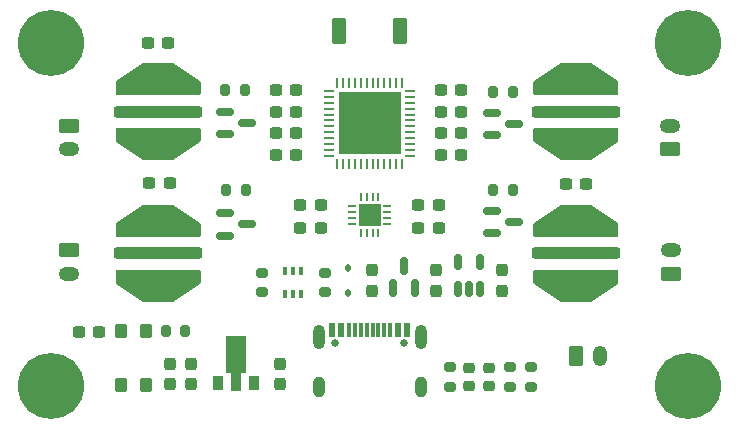
<source format=gbr>
%TF.GenerationSoftware,KiCad,Pcbnew,7.0.9*%
%TF.CreationDate,2023-12-10T21:37:23+08:00*%
%TF.ProjectId,E-Secnt Coach,452d5365-636e-4742-9043-6f6163682e6b,rev?*%
%TF.SameCoordinates,Original*%
%TF.FileFunction,Soldermask,Top*%
%TF.FilePolarity,Negative*%
%FSLAX46Y46*%
G04 Gerber Fmt 4.6, Leading zero omitted, Abs format (unit mm)*
G04 Created by KiCad (PCBNEW 7.0.9) date 2023-12-10 21:37:23*
%MOMM*%
%LPD*%
G01*
G04 APERTURE LIST*
G04 Aperture macros list*
%AMRoundRect*
0 Rectangle with rounded corners*
0 $1 Rounding radius*
0 $2 $3 $4 $5 $6 $7 $8 $9 X,Y pos of 4 corners*
0 Add a 4 corners polygon primitive as box body*
4,1,4,$2,$3,$4,$5,$6,$7,$8,$9,$2,$3,0*
0 Add four circle primitives for the rounded corners*
1,1,$1+$1,$2,$3*
1,1,$1+$1,$4,$5*
1,1,$1+$1,$6,$7*
1,1,$1+$1,$8,$9*
0 Add four rect primitives between the rounded corners*
20,1,$1+$1,$2,$3,$4,$5,0*
20,1,$1+$1,$4,$5,$6,$7,0*
20,1,$1+$1,$6,$7,$8,$9,0*
20,1,$1+$1,$8,$9,$2,$3,0*%
%AMFreePoly0*
4,1,9,3.862500,-0.866500,0.737500,-0.866500,0.737500,-0.450000,-0.737500,-0.450000,-0.737500,0.450000,0.737500,0.450000,0.737500,0.866500,3.862500,0.866500,3.862500,-0.866500,3.862500,-0.866500,$1*%
%AMFreePoly1*
4,1,43,1.015063,3.345106,1.030902,3.345106,1.043715,3.335796,1.058779,3.330902,1.068088,3.318088,1.080902,3.308779,1.085796,3.293715,1.095106,3.280902,1.095106,3.265062,1.100000,3.250000,1.100000,-3.750000,1.095106,-3.765062,1.095106,-3.780902,1.085796,-3.793715,1.080902,-3.808779,1.068088,-3.818088,1.058779,-3.830902,1.043715,-3.835796,1.030902,-3.845106,1.015063,-3.845106,
1.000000,-3.850000,0.000000,-3.850000,-0.016926,-3.844500,-0.034710,-3.843783,-0.045590,-3.835187,-0.058779,-3.830902,-0.069241,-3.816501,-0.083205,-3.805470,-1.583205,-1.555470,-1.591042,-1.527569,-1.600000,-1.500000,-1.600000,1.000000,-1.591042,1.027569,-1.583205,1.055470,-0.083205,3.305470,-0.069241,3.316501,-0.058779,3.330902,-0.045590,3.335187,-0.034710,3.343783,-0.016926,3.344500,
0.000000,3.350000,1.000000,3.350000,1.015063,3.345106,1.015063,3.345106,$1*%
%AMFreePoly2*
4,1,43,0.016926,3.344500,0.034710,3.343783,0.045590,3.335187,0.058779,3.330902,0.069241,3.316501,0.083205,3.305470,1.583205,1.055470,1.591043,1.027566,1.600000,1.000000,1.600000,-1.500000,1.591043,-1.527566,1.583205,-1.555470,0.083205,-3.805470,0.069241,-3.816501,0.058779,-3.830902,0.045590,-3.835187,0.034710,-3.843783,0.016926,-3.844500,0.000000,-3.850000,-1.000000,-3.850000,
-1.015063,-3.845106,-1.030902,-3.845106,-1.043715,-3.835796,-1.058779,-3.830902,-1.068088,-3.818088,-1.080902,-3.808779,-1.085796,-3.793715,-1.095106,-3.780902,-1.095106,-3.765062,-1.100000,-3.750000,-1.100000,3.250000,-1.095106,3.265062,-1.095106,3.280902,-1.085796,3.293715,-1.080902,3.308779,-1.068088,3.318088,-1.058779,3.330902,-1.043715,3.335796,-1.030902,3.345106,-1.015063,3.345106,
-1.000000,3.350000,0.000000,3.350000,0.016926,3.344500,0.016926,3.344500,$1*%
G04 Aperture macros list end*
%ADD10RoundRect,0.250000X0.625000X-0.350000X0.625000X0.350000X-0.625000X0.350000X-0.625000X-0.350000X0*%
%ADD11O,1.750000X1.200000*%
%ADD12R,0.900000X1.300000*%
%ADD13FreePoly0,90.000000*%
%ADD14C,5.600000*%
%ADD15RoundRect,0.200000X0.200000X0.275000X-0.200000X0.275000X-0.200000X-0.275000X0.200000X-0.275000X0*%
%ADD16RoundRect,0.237500X-0.300000X-0.237500X0.300000X-0.237500X0.300000X0.237500X-0.300000X0.237500X0*%
%ADD17RoundRect,0.062500X-0.062500X0.337500X-0.062500X-0.337500X0.062500X-0.337500X0.062500X0.337500X0*%
%ADD18RoundRect,0.062500X-0.337500X0.062500X-0.337500X-0.062500X0.337500X-0.062500X0.337500X0.062500X0*%
%ADD19R,5.300000X5.300000*%
%ADD20RoundRect,0.250000X-0.625000X0.350000X-0.625000X-0.350000X0.625000X-0.350000X0.625000X0.350000X0*%
%ADD21RoundRect,0.250000X-3.500000X0.250000X-3.500000X-0.250000X3.500000X-0.250000X3.500000X0.250000X0*%
%ADD22FreePoly1,270.000000*%
%ADD23FreePoly2,270.000000*%
%ADD24RoundRect,0.218750X-0.256250X0.218750X-0.256250X-0.218750X0.256250X-0.218750X0.256250X0.218750X0*%
%ADD25RoundRect,0.237500X-0.237500X0.300000X-0.237500X-0.300000X0.237500X-0.300000X0.237500X0.300000X0*%
%ADD26C,0.650000*%
%ADD27R,0.600000X1.240000*%
%ADD28R,0.300000X1.240000*%
%ADD29O,1.000000X2.100000*%
%ADD30O,1.000000X1.800000*%
%ADD31RoundRect,0.237500X0.300000X0.237500X-0.300000X0.237500X-0.300000X-0.237500X0.300000X-0.237500X0*%
%ADD32RoundRect,0.150000X0.150000X-0.587500X0.150000X0.587500X-0.150000X0.587500X-0.150000X-0.587500X0*%
%ADD33RoundRect,0.150000X-0.587500X-0.150000X0.587500X-0.150000X0.587500X0.150000X-0.587500X0.150000X0*%
%ADD34RoundRect,0.200000X0.275000X-0.200000X0.275000X0.200000X-0.275000X0.200000X-0.275000X-0.200000X0*%
%ADD35RoundRect,0.200000X-0.200000X-0.275000X0.200000X-0.275000X0.200000X0.275000X-0.200000X0.275000X0*%
%ADD36RoundRect,0.200000X-0.275000X0.200000X-0.275000X-0.200000X0.275000X-0.200000X0.275000X0.200000X0*%
%ADD37R,0.400000X0.650000*%
%ADD38RoundRect,0.150000X0.150000X-0.512500X0.150000X0.512500X-0.150000X0.512500X-0.150000X-0.512500X0*%
%ADD39RoundRect,0.250000X3.500000X-0.250000X3.500000X0.250000X-3.500000X0.250000X-3.500000X-0.250000X0*%
%ADD40FreePoly1,90.000000*%
%ADD41FreePoly2,90.000000*%
%ADD42RoundRect,0.237500X0.237500X-0.300000X0.237500X0.300000X-0.237500X0.300000X-0.237500X-0.300000X0*%
%ADD43RoundRect,0.062500X0.275000X0.062500X-0.275000X0.062500X-0.275000X-0.062500X0.275000X-0.062500X0*%
%ADD44RoundRect,0.062500X0.062500X0.275000X-0.062500X0.275000X-0.062500X-0.275000X0.062500X-0.275000X0*%
%ADD45R,1.900000X1.900000*%
%ADD46RoundRect,0.102000X-0.375000X0.500000X-0.375000X-0.500000X0.375000X-0.500000X0.375000X0.500000X0*%
%ADD47RoundRect,0.112500X-0.112500X0.187500X-0.112500X-0.187500X0.112500X-0.187500X0.112500X0.187500X0*%
%ADD48RoundRect,0.250000X-0.350000X-0.625000X0.350000X-0.625000X0.350000X0.625000X-0.350000X0.625000X0*%
%ADD49O,1.200000X1.750000*%
%ADD50RoundRect,0.102000X0.500000X1.000000X-0.500000X1.000000X-0.500000X-1.000000X0.500000X-1.000000X0*%
G04 APERTURE END LIST*
D10*
%TO.C,J4*%
X165450000Y-84000000D03*
D11*
X165450000Y-82000000D03*
%TD*%
D12*
%TO.C,U3*%
X127200000Y-103780000D03*
D13*
X128700000Y-103692500D03*
D12*
X130200000Y-103780000D03*
%TD*%
D14*
%TO.C,REF\u002A\u002A*%
X167000000Y-104000000D03*
%TD*%
D15*
%TO.C,R10*%
X124395000Y-99410000D03*
X122745000Y-99410000D03*
%TD*%
D16*
%TO.C,C18*%
X156637500Y-86900000D03*
X158362500Y-86900000D03*
%TD*%
D17*
%TO.C,U1*%
X142750000Y-78339000D03*
X142250000Y-78339000D03*
X141750000Y-78339000D03*
X141250000Y-78339000D03*
X140750000Y-78339000D03*
X140250000Y-78339000D03*
X139750000Y-78339000D03*
X139250000Y-78339000D03*
X138750000Y-78339000D03*
X138250000Y-78339000D03*
X137750000Y-78339000D03*
X137250000Y-78339000D03*
D18*
X136550000Y-79039000D03*
X136550000Y-79539000D03*
X136550000Y-80039000D03*
X136550000Y-80539000D03*
X136550000Y-81039000D03*
X136550000Y-81539000D03*
X136550000Y-82039000D03*
X136550000Y-82539000D03*
X136550000Y-83039000D03*
X136550000Y-83539000D03*
X136550000Y-84039000D03*
X136550000Y-84539000D03*
D17*
X137250000Y-85239000D03*
X137750000Y-85239000D03*
X138250000Y-85239000D03*
X138750000Y-85239000D03*
X139250000Y-85239000D03*
X139750000Y-85239000D03*
X140250000Y-85239000D03*
X140750000Y-85239000D03*
X141250000Y-85239000D03*
X141750000Y-85239000D03*
X142250000Y-85239000D03*
X142750000Y-85239000D03*
D18*
X143450000Y-84539000D03*
X143450000Y-84039000D03*
X143450000Y-83539000D03*
X143450000Y-83039000D03*
X143450000Y-82539000D03*
X143450000Y-82039000D03*
X143450000Y-81539000D03*
X143450000Y-81039000D03*
X143450000Y-80539000D03*
X143450000Y-80039000D03*
X143450000Y-79539000D03*
X143450000Y-79039000D03*
D19*
X140000000Y-81789000D03*
%TD*%
D20*
%TO.C,J3*%
X114550000Y-92500000D03*
D11*
X114550000Y-94500000D03*
%TD*%
D16*
%TO.C,C21*%
X146037500Y-82633332D03*
X147762500Y-82633332D03*
%TD*%
%TO.C,C19*%
X146037500Y-79000000D03*
X147762500Y-79000000D03*
%TD*%
D21*
%TO.C,L2*%
X122100000Y-92800000D03*
D22*
X122350000Y-90300000D03*
D23*
X122350000Y-95300000D03*
%TD*%
D14*
%TO.C,REF\u002A\u002A*%
X113000000Y-75000000D03*
%TD*%
D24*
%TO.C,D3*%
X148400000Y-102462500D03*
X148400000Y-104037500D03*
%TD*%
D25*
%TO.C,C20*%
X151200000Y-94237500D03*
X151200000Y-95962500D03*
%TD*%
D26*
%TO.C,J1*%
X137110000Y-100395000D03*
X142890000Y-100395000D03*
D27*
X136800000Y-99275000D03*
X137600000Y-99275000D03*
D28*
X138750000Y-99275000D03*
X139750000Y-99275000D03*
X140250000Y-99275000D03*
X141250000Y-99275000D03*
D27*
X142400000Y-99275000D03*
X143200000Y-99275000D03*
X143200000Y-99275000D03*
X142400000Y-99275000D03*
D28*
X141750000Y-99275000D03*
X140750000Y-99275000D03*
X139250000Y-99275000D03*
X138250000Y-99275000D03*
D27*
X137600000Y-99275000D03*
X136800000Y-99275000D03*
D29*
X135680000Y-99875000D03*
D30*
X135680000Y-104075000D03*
D29*
X144320000Y-99875000D03*
D30*
X144320000Y-104075000D03*
%TD*%
D31*
%TO.C,C22*%
X117092500Y-99420000D03*
X115367500Y-99420000D03*
%TD*%
%TO.C,C6*%
X135862500Y-88675000D03*
X134137500Y-88675000D03*
%TD*%
D32*
%TO.C,Q6*%
X141964285Y-95767500D03*
X143864285Y-95767500D03*
X142914285Y-93892500D03*
%TD*%
D33*
%TO.C,Q2*%
X127762500Y-89400000D03*
X127762500Y-91300000D03*
X129637500Y-90350000D03*
%TD*%
D34*
%TO.C,R2*%
X153650000Y-104075000D03*
X153650000Y-102425000D03*
%TD*%
D16*
%TO.C,C12*%
X146037500Y-84450000D03*
X147762500Y-84450000D03*
%TD*%
D31*
%TO.C,C7*%
X135862500Y-90675000D03*
X134137500Y-90675000D03*
%TD*%
D16*
%TO.C,C11*%
X146037500Y-80816666D03*
X147762500Y-80816666D03*
%TD*%
D35*
%TO.C,R5*%
X127775000Y-79000000D03*
X129425000Y-79000000D03*
%TD*%
D15*
%TO.C,R7*%
X152125000Y-79100000D03*
X150475000Y-79100000D03*
%TD*%
D36*
%TO.C,R3*%
X130900000Y-94445000D03*
X130900000Y-96095000D03*
%TD*%
D33*
%TO.C,Q1*%
X127762500Y-80800000D03*
X127762500Y-82700000D03*
X129637500Y-81750000D03*
%TD*%
D25*
%TO.C,C3*%
X124900000Y-102167500D03*
X124900000Y-103892500D03*
%TD*%
D10*
%TO.C,J5*%
X165500000Y-94500000D03*
D11*
X165500000Y-92500000D03*
%TD*%
D35*
%TO.C,R6*%
X127875000Y-87400000D03*
X129525000Y-87400000D03*
%TD*%
D31*
%TO.C,C17*%
X133812500Y-84450000D03*
X132087500Y-84450000D03*
%TD*%
D33*
%TO.C,Q3*%
X150362500Y-80900000D03*
X150362500Y-82800000D03*
X152237500Y-81850000D03*
%TD*%
D21*
%TO.C,L1*%
X122100000Y-80800000D03*
D22*
X122350000Y-78300000D03*
D23*
X122350000Y-83300000D03*
%TD*%
D37*
%TO.C,Q5*%
X134170000Y-94330000D03*
X133520000Y-94330000D03*
X132870000Y-94330000D03*
X132870000Y-96230000D03*
X133520000Y-96230000D03*
X134170000Y-96230000D03*
%TD*%
D31*
%TO.C,C16*%
X122962500Y-75000000D03*
X121237500Y-75000000D03*
%TD*%
D33*
%TO.C,Q4*%
X150362500Y-89200000D03*
X150362500Y-91100000D03*
X152237500Y-90150000D03*
%TD*%
D31*
%TO.C,C14*%
X133762500Y-79000000D03*
X132037500Y-79000000D03*
%TD*%
D38*
%TO.C,U4*%
X147450000Y-95837500D03*
X148400000Y-95837500D03*
X149350000Y-95837500D03*
X149350000Y-93562500D03*
X147450000Y-93562500D03*
%TD*%
D39*
%TO.C,L4*%
X157450000Y-92800000D03*
D40*
X157200000Y-95300000D03*
D41*
X157200000Y-90300000D03*
%TD*%
D25*
%TO.C,C4*%
X140171428Y-94237500D03*
X140171428Y-95962500D03*
%TD*%
D14*
%TO.C,REF\u002A\u002A*%
X167000000Y-75000000D03*
%TD*%
D42*
%TO.C,C5*%
X145657142Y-95962500D03*
X145657142Y-94237500D03*
%TD*%
D43*
%TO.C,U2*%
X141512500Y-90275000D03*
X141512500Y-89775000D03*
X141512500Y-89275000D03*
X141512500Y-88775000D03*
D44*
X140750000Y-88012500D03*
X140250000Y-88012500D03*
X139750000Y-88012500D03*
X139250000Y-88012500D03*
D43*
X138487500Y-88775000D03*
X138487500Y-89275000D03*
X138487500Y-89775000D03*
X138487500Y-90275000D03*
D44*
X139250000Y-91037500D03*
X139750000Y-91037500D03*
X140250000Y-91037500D03*
X140750000Y-91037500D03*
D45*
X140000000Y-89525000D03*
%TD*%
D16*
%TO.C,C8*%
X144137500Y-88675000D03*
X145862500Y-88675000D03*
%TD*%
D15*
%TO.C,R8*%
X152125000Y-87400000D03*
X150475000Y-87400000D03*
%TD*%
D31*
%TO.C,C15*%
X123062500Y-86800000D03*
X121337500Y-86800000D03*
%TD*%
D46*
%TO.C,KEY1*%
X118935200Y-99408600D03*
X118935200Y-103908600D03*
X121085200Y-99408600D03*
X121085200Y-103908600D03*
%TD*%
D31*
%TO.C,C10*%
X133762500Y-82633332D03*
X132037500Y-82633332D03*
%TD*%
%TO.C,C13*%
X133762500Y-80816666D03*
X132037500Y-80816666D03*
%TD*%
D39*
%TO.C,L3*%
X157500000Y-80800000D03*
D40*
X157250000Y-83300000D03*
D41*
X157250000Y-78300000D03*
%TD*%
D16*
%TO.C,C9*%
X144137500Y-90675000D03*
X145862500Y-90675000D03*
%TD*%
D34*
%TO.C,R1*%
X151850000Y-104075000D03*
X151850000Y-102425000D03*
%TD*%
D36*
%TO.C,R4*%
X136185714Y-94445000D03*
X136185714Y-96095000D03*
%TD*%
D20*
%TO.C,J2*%
X114550000Y-82000000D03*
D11*
X114550000Y-84000000D03*
%TD*%
D34*
%TO.C,R9*%
X146775000Y-104075000D03*
X146775000Y-102425000D03*
%TD*%
D25*
%TO.C,C2*%
X123107143Y-102167500D03*
X123107143Y-103892500D03*
%TD*%
D24*
%TO.C,D2*%
X150125000Y-102462500D03*
X150125000Y-104037500D03*
%TD*%
D47*
%TO.C,D1*%
X138178571Y-94055000D03*
X138178571Y-96155000D03*
%TD*%
D48*
%TO.C,J6*%
X157500000Y-101500000D03*
D49*
X159500000Y-101500000D03*
%TD*%
D42*
%TO.C,C1*%
X132400000Y-103892500D03*
X132400000Y-102167500D03*
%TD*%
D14*
%TO.C,REF\u002A\u002A*%
X113000000Y-104000000D03*
%TD*%
D50*
%TO.C,E1*%
X142600000Y-74000000D03*
X137400000Y-74000000D03*
%TD*%
M02*

</source>
